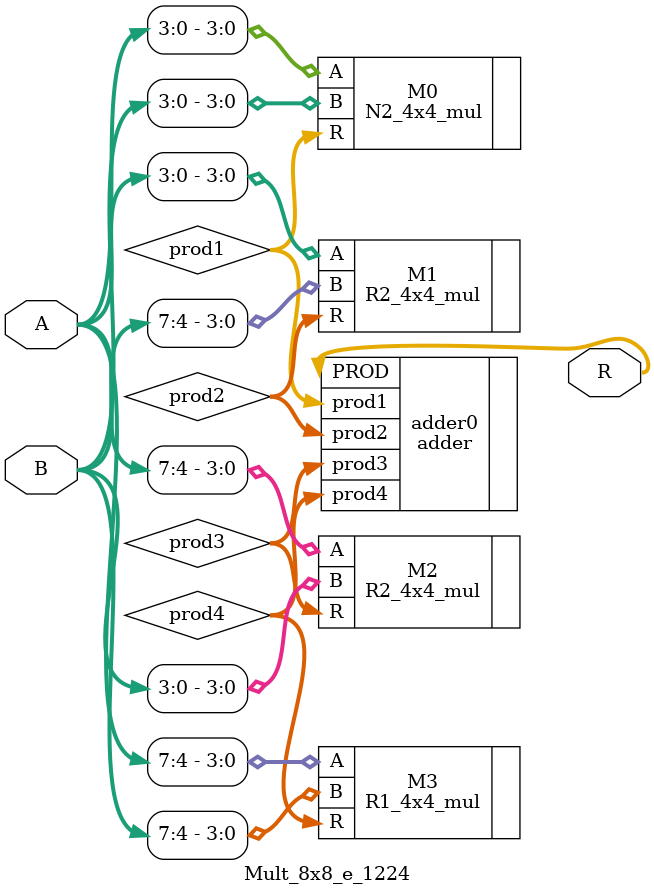
<source format=v>
module Mult_8x8_e_1224(
input [7:0] A,
input [7:0] B,
output [15:0]R
);
wire [7:0]prod1;
wire [7:0]prod2;
wire [7:0]prod3;
wire [7:0]prod4;

N2_4x4_mul M0(.A(A[3:0]),.B(B[3:0]),.R(prod1));
R2_4x4_mul M1(.A(A[3:0]),.B(B[7:4]),.R(prod2));
R2_4x4_mul M2(.A(A[7:4]),.B(B[3:0]),.R(prod3));
R1_4x4_mul M3(.A(A[7:4]),.B(B[7:4]),.R(prod4));
adder adder0(.prod1(prod1),.prod2(prod2),.prod3(prod3),.prod4(prod4),.PROD(R));
endmodule

</source>
